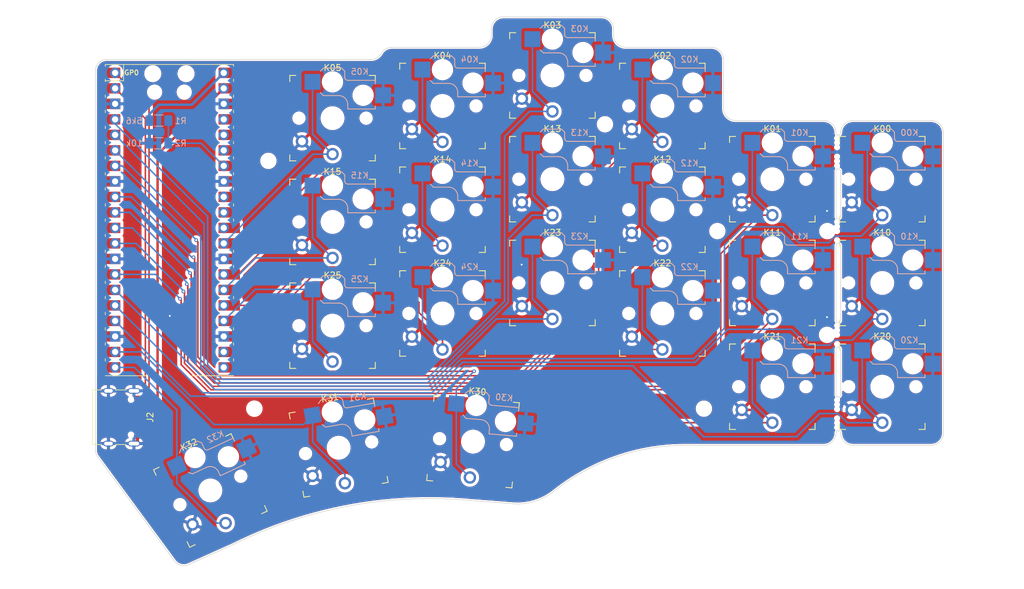
<source format=kicad_pcb>
(kicad_pcb (version 20240108) (generator "pcbnew") (generator_version "8.0")
  (title_block (rev "rev1.0"))
  (layers (0 "F.Cu" signal) (31 "B.Cu" signal) (34 "B.Paste" user) (35 "F.Paste" user) (36 "B.SilkS" user "B.Silkscreen") (37 "F.SilkS" user "F.Silkscreen") (38 "B.Mask" user) (39 "F.Mask" user) (44 "Edge.Cuts" user))
  (net 0 "")
  (net 1 "GND")
  (net 2 "/k00")
  (net 3 "/k01")
  (net 4 "/k02")
  (net 5 "/k03")
  (net 6 "/k04")
  (net 7 "/k05")
  (net 8 "/k10")
  (net 9 "/k11")
  (net 10 "/k12")
  (net 11 "/k13")
  (net 12 "/k14")
  (net 13 "/k15")
  (net 14 "/k20")
  (net 15 "/k21")
  (net 16 "/k22")
  (net 17 "/k23")
  (net 18 "/k24")
  (net 19 "/k25")
  (net 20 "/k30")
  (net 21 "/k31")
  (net 22 "/k32")
  (net 23 "rx")
  (net 24 "tx")
  (net 25 "VBUS")
  (net 26 "vbus_sense")
  (net 33 "VCC")
  (footprint "keyswitches:Kailh_socket_PG1350_optional" (layer "F.Cu") (at 105.24 94)
    (property "Reference" "K25")
    (property "Value" "KEYSW")
  )
  (footprint "keyswitches:Kailh_socket_PG1350_optional" (layer "F.Cu") (at 123.24 92)
    (property "Reference" "K24")
    (property "Value" "KEYSW")
  )
  (footprint "keyswitches:Kailh_socket_PG1350_optional" (layer "F.Cu") (at 177.24 104)
    (property "Reference" "K21")
    (property "Value" "KEYSW")
  )
  (footprint "keyswitches:Kailh_socket_PG1350_optional" (layer "F.Cu") (at 159.24 58)
    (property "Reference" "K02")
    (property "Value" "KEYSW")
  )
  (footprint "keyswitches:Kailh_socket_PG1350_optional" (layer "F.Cu") (at 195.24 87)
    (property "Reference" "K10")
    (property "Value" "KEYSW")
  )
  (footprint "RPi_Pico:RPi_Pico_SMD_TH" (layer "F.Cu") (at 78.5368 76.708)
    (property "Reference" "U2" (hide yes))
    (property "Value" "Pico")
  )
  (footprint "keyswitches:Kailh_socket_PG1350_optional" (layer "F.Cu") (at 123.24 58)
    (property "Reference" "K04")
    (property "Value" "KEYSW")
  )
  (footprint "keyswitches:Kailh_socket_PG1350_optional" (layer "F.Cu") (at 159.24 75)
    (property "Reference" "K12")
    (property "Value" "KEYSW")
  )
  (footprint "keyswitches:Kailh_socket_PG1350_optional" (layer "F.Cu") (at 128.24 113 -5)
    (property "Reference" "K30")
    (property "Value" "KEYSW")
  )
  (footprint "keyswitches:Kailh_socket_PG1350_optional" (layer "F.Cu") (at 177.24 70)
    (property "Reference" "K01")
    (property "Value" "KEYSW")
  )
  (footprint "keyswitches:Kailh_socket_PG1350_optional" (layer "F.Cu") (at 123.24 75)
    (property "Reference" "K14")
    (property "Value" "KEYSW")
  )
  (footprint "keyswitches:Kailh_socket_PG1350_optional" (layer "F.Cu") (at 141.24 87)
    (property "Reference" "K23")
    (property "Value" "KEYSW")
  )
  (footprint "keyswitches:Kailh_socket_PG1350_optional" (layer "F.Cu") (at 141.24 53)
    (property "Reference" "K03")
    (property "Value" "KEYSW")
  )
  (footprint "keyswitches:Kailh_socket_PG1350_optional" (layer "F.Cu") (at 159.24 92)
    (property "Reference" "K22")
    (property "Value" "KEYSW")
  )
  (footprint "keyswitches:Kailh_socket_PG1350_optional" (layer "F.Cu") (at 105.24 77)
    (property "Reference" "K15")
    (property "Value" "KEYSW")
  )
  (footprint "Connector_USB:USB_C_Receptacle_Palconn_UTC16-G" (layer "F.Cu") (at 70.8 109 -90)
    (property "Reference" "J2")
    (property "Value" "USB_C_Receptacle_USB2.0_16P")
  )
  (footprint "keyswitches:Kailh_socket_PG1350_optional" (layer "F.Cu") (at 85.24 121 25)
    (property "Reference" "K32")
    (property "Value" "KEYSW")
  )
  (footprint "keyswitches:Kailh_socket_PG1350_optional" (layer "F.Cu") (at 177.24 87)
    (property "Reference" "K11")
    (property "Value" "KEYSW")
  )
  (footprint "keyswitches:Kailh_socket_PG1350_optional" (layer "F.Cu") (at 105.24 60)
    (property "Reference" "K05")
    (property "Value" "KEYSW")
  )
  (footprint "keyswitches:Kailh_socket_PG1350_optional" (layer "F.Cu") (at 195.24 104)
    (property "Reference" "K20")
    (property "Value" "KEYSW")
  )
  (footprint "keyswitches:Kailh_socket_PG1350_optional" (layer "F.Cu") (at 141.24 70)
    (property "Reference" "K13")
    (property "Value" "KEYSW")
  )
  (footprint "keyswitches:Kailh_socket_PG1350_optional" (layer "F.Cu") (at 195.24 70)
    (property "Reference" "K00")
    (property "Value" "KEYSW")
  )
  (footprint "keyswitches:Kailh_socket_PG1350_optional" (layer "F.Cu") (at 106.24 114 10)
    (property "Reference" "K31")
    (property "Value" "KEYSW")
  )
  (footprint "Resistor_SMD:R_1206_3216Metric_Pad1.30x1.75mm_HandSolder" (layer "B.Cu") (at 76.8096 64.1096 180)
    (property "Reference" "R2")
    (property "Value" "10k")
  )
  (footprint "beekeeb_lib:MountingHole_2.2mm_M2-8mm" (layer "B.Cu") (at 166.04 107.6 180)
    (property "Reference" "H4" (hide yes))
    (property "Value" "MountingHole")
  )
  (footprint "beekeeb_lib:MountingHole_2.2mm_M2-8mm" (layer "B.Cu") (at 94.74 67 180)
    (property "Reference" "H2" (hide yes))
    (property "Value" "MountingHole")
  )
  (footprint "beekeeb_lib:MountingHole_2.2mm_M2-8mm" (layer "B.Cu") (at 186.24 95.5 180)
    (property "Reference" "H4" (hide yes))
    (property "Value" "MountingHole")
  )
  (footprint "beekeeb_lib:mousebites_2" (layer "B.Cu") (at 187.84 78.5 90)
    (property "Reference" "MB1" (hide yes))
    (property "Value" "MountingHole" (hide yes))
  )
  (footprint "Resistor_SMD:R_1206_3216Metric_Pad1.30x1.75mm_HandSolder" (layer "B.Cu") (at 76.8096 60.4012)
    (property "Reference" "R1")
    (property "Value" "5k6")
  )
  (footprint "beekeeb_lib:mousebites_3" (layer "B.Cu") (at 187.84 108.4352 90)
    (property "Reference" "MB3" (hide yes))
    (property "Value" "MountingHole" (hide yes))
  )
  (footprint "beekeeb_lib:mousebites_2" (layer "B.Cu") (at 187.84 95.5 90)
    (property "Reference" "MB2" (hide yes))
    (property "Value" "MountingHole" (hide yes))
  )
  (footprint "beekeeb_lib:MountingHole_2.2mm_M2-8mm" (layer "B.Cu") (at 186.24 78.5 180)
    (property "Reference" "H4" (hide yes))
    (property "Value" "MountingHole")
  )
  (footprint "beekeeb_lib:MountingHole_2.2mm_M2-8mm" (layer "B.Cu") (at 149.84 61 180)
    (property "Reference" "H1" (hide yes))
    (property "Value" "MountingHole")
  )
  (footprint "beekeeb_lib:MountingHole_2.2mm_M2-8mm" (layer "B.Cu") (at 92.44 107.6 180)
    (property "Reference" "H3" (hide yes))
    (property "Value" "MountingHole")
  )
  (footprint "beekeeb_lib:MountingHole_2.2mm_M2-8mm" (layer "B.Cu") (at 168.24 78.5 180)
    (property "Reference" "H1" (hide yes))
    (property "Value" "MountingHole")
  )
  (footprint "beekeeb_lib:mousebites_3" (layer "B.Cu") (at 187.84 65.5352 90)
    (property "Reference" "MB4" (hide yes))
    (property "Value" "MountingHole" (hide yes))
  )
  (gr_line (start 187.64 105.3) (end 187.64 97.9) (stroke (width 0.1)) (layer "Edge.Cuts"))
  (gr_arc (start 66.44 52.2) (mid 66.967208 50.927208) (end 68.24 50.4) (stroke (width 0.1)) (layer "Edge.Cuts"))
  (gr_line (start 185.64 60.4) (end 171.24 60.4) (stroke (width 0.1)) (layer "Edge.Cuts"))
  (gr_arc (start 167.24 48.4) (mid 168.654214 48.985786) (end 169.24 50.4) (stroke (width 0.1)) (layer "Edge.Cuts"))
  (gr_line (start 162.74 113.6) (end 185.64 113.6) (stroke (width 0.1)) (layer "Edge.Cuts"))
  (gr_line (start 66.805956 115.487896) (end 79.290001 132.449999) (stroke (width 0.1)) (layer "Edge.Cuts"))
  (gr_arc (start 141.49 121.125) (mid 138.309031 122.788875) (end 134.74 123.175) (stroke (width 0.1)) (layer "Edge.Cuts"))
  (gr_arc (start 149.24 43.4) (mid 150.654214 43.985786) (end 151.24 45.4) (stroke (width 0.1)) (layer "Edge.Cuts"))
  (gr_arc (start 188.44 62.4) (mid 189.025786 60.985786) (end 190.44 60.4) (stroke (width 0.1)) (layer "Edge.Cuts"))
  (gr_line (start 111.489998 50.399998) (end 68.24 50.4) (stroke (width 0.1)) (layer "Edge.Cuts"))
  (gr_line (start 151.24 46.4) (end 151.24 45.4) (stroke (width 0.1)) (layer "Edge.Cuts"))
  (gr_arc (start 188.44 62.4) (mid 188.04 62.8) (end 187.64 62.4) (stroke (width 0.1)) (layer "Edge.Cuts"))
  (gr_line (start 131.24 45.4) (end 131.24 46.4) (stroke (width 0.1)) (layer "Edge.Cuts"))
  (gr_line (start 187.64 76.1) (end 187.64 68.7) (stroke (width 0.1)) (layer "Edge.Cuts"))
  (gr_arc (start 188.44 93.1) (mid 188.04 93.5) (end 187.64 93.1) (stroke (width 0.1)) (layer "Edge.Cuts"))
  (gr_arc (start 187.64 111.6) (mid 188.04 111.2) (end 188.44 111.6) (stroke (width 0.1)) (layer "Edge.Cuts"))
  (gr_arc (start 188.44 76.1) (mid 188.04 76.5) (end 187.64 76.1) (stroke (width 0.1)) (layer "Edge.Cuts"))
  (gr_arc (start 190.44 113.6) (mid 189.025786 113.014214) (end 188.44 111.6) (stroke (width 0.1)) (layer "Edge.Cuts"))
  (gr_line (start 188.44 105.3) (end 188.44 97.9) (stroke (width 0.1)) (layer "Edge.Cuts"))
  (gr_arc (start 66.805956 115.487896) (mid 66.53394 114.973899) (end 66.44 114.4) (stroke (width 0.1)) (layer "Edge.Cuts"))
  (gr_line (start 169.24 58.4) (end 169.24 50.4) (stroke (width 0.1)) (layer "Edge.Cuts"))
  (gr_arc (start 187.64 68.7) (mid 188.04 68.3) (end 188.44 68.7) (stroke (width 0.1)) (layer "Edge.Cuts"))
  (gr_line (start 203.24 60.4) (end 190.44 60.4) (stroke (width 0.1)) (layer "Edge.Cuts"))
  (gr_line (start 190.44 113.6) (end 203.24 113.6) (stroke (width 0.1)) (layer "Edge.Cuts"))
  (gr_arc (start 131.24 45.4) (mid 131.825786 43.985786) (end 133.24 43.4) (stroke (width 0.1)) (layer "Edge.Cuts"))
  (gr_arc (start 153.24 48.4) (mid 151.825786 47.814214) (end 151.24 46.4) (stroke (width 0.1)) (layer "Edge.Cuts"))
  (gr_arc (start 205.24 111.6) (mid 204.654214 113.014214) (end 203.24 113.6) (stroke (width 0.1)) (layer "Edge.Cuts"))
  (gr_line (start 66.44 113.2) (end 66.44 114.4) (stroke (width 0.1)) (layer "Edge.Cuts"))
  (gr_line (start 134.74 123.175) (end 127.44 122.600001) (stroke (width 0.1)) (layer "Edge.Cuts"))
  (gr_line (start 81.726132 133.121447) (end 89.110601 129.8) (stroke (width 0.1)) (layer "Edge.Cuts"))
  (gr_arc (start 187.64 111.6) (mid 187.054214 113.014214) (end 185.64 113.6) (stroke (width 0.1)) (layer "Edge.Cuts"))
  (gr_arc (start 131.24 46.4) (mid 130.654214 47.814214) (end 129.24 48.4) (stroke (width 0.1)) (layer "Edge.Cuts"))
  (gr_line (start 188.44 76.1) (end 188.44 68.7) (stroke (width 0.1)) (layer "Edge.Cuts"))
  (gr_arc (start 113.24 49.4) (mid 112.497787 50.132387) (end 111.489998 50.399998) (stroke (width 0.1)) (layer "Edge.Cuts"))
  (gr_line (start 205.24 111.6) (end 205.24 62.4) (stroke (width 0.1)) (layer "Edge.Cuts"))
  (gr_arc (start 187.64 97.9) (mid 188.04 97.5) (end 188.44 97.9) (stroke (width 0.1)) (layer "Edge.Cuts"))
  (gr_line (start 188.44 93.1) (end 188.44 80.9) (stroke (width 0.1)) (layer "Edge.Cuts"))
  (gr_arc (start 187.64 80.9) (mid 188.04 80.5) (end 188.44 80.9) (stroke (width 0.1)) (layer "Edge.Cuts"))
  (gr_line (start 149.24 43.4) (end 133.24 43.4) (stroke (width 0.1)) (layer "Edge.Cuts"))
  (gr_arc (start 203.24 60.4) (mid 204.654214 60.985786) (end 205.24 62.4) (stroke (width 0.1)) (layer "Edge.Cuts"))
  (gr_arc (start 141.49 121.125) (mid 151.483771 115.579961) (end 162.74 113.600001) (stroke (width 0.1)) (layer "Edge.Cuts"))
  (gr_line (start 167.24 48.4) (end 153.24 48.4) (stroke (width 0.1)) (layer "Edge.Cuts"))
  (gr_arc (start 113.24 49.4) (mid 113.953846 48.668538) (end 114.94 48.4) (stroke (width 0.1)) (layer "Edge.Cuts"))
  (gr_line (start 187.64 93.1) (end 187.64 80.9) (stroke (width 0.1)) (layer "Edge.Cuts"))
  (gr_line (start 66.44 52.2) (end 66.44 113.2) (stroke (width 0.1)) (layer "Edge.Cuts"))
  (gr_arc (start 188.44 105.3) (mid 188.04 105.7) (end 187.64 105.3) (stroke (width 0.1)) (layer "Edge.Cuts"))
  (gr_arc (start 171.24 60.4) (mid 169.825786 59.814214) (end 169.24 58.4) (stroke (width 0.1)) (layer "Edge.Cuts"))
  (gr_arc (start 185.64 60.4) (mid 187.054214 60.985786) (end 187.64 62.4) (stroke (width 0.1)) (layer "Edge.Cuts"))
  (gr_arc (start 81.726132 133.121447) (mid 80.381489 133.24497) (end 79.290001 132.449999) (stroke (width 0.1)) (layer "Edge.Cuts"))
  (gr_line (start 129.24 48.4) (end 114.94 48.4) (stroke (width 0.1)) (layer "Edge.Cuts"))
  (gr_arc (start 89.110601 129.8) (mid 107.780203 123.564333) (end 127.44 122.600001) (stroke (width 0.1)) (layer "Edge.Cuts"))
  (segment (start 191.2 72.84) (end 190.24 73.8) (width 0.4) (layer "F.Cu") (net 1))
  (segment (start 183.4 73.8) (end 186 71.2) (width 0.4) (layer "F.Cu") (net 1))
  (segment (start 188.084721 65.484721) (end 191.2 68.6) (width 0.4) (layer "F.Cu") (net 1))
  (segment (start 187.651206 65.484721) (end 188.084721 65.484721) (width 0.4) (layer "F.Cu") (net 1))
  (segment (start 189.655279 108.384721) (end 190.24 107.8) (width 0.4) (layer "F.Cu") (net 1))
  (segment (start 191.2 68.6) (end 191.2 72.84) (width 0.4) (layer "F.Cu") (net 1))
  (segment (start 186.965527 107.8) (end 187.550248 108.384721) (width 0.4) (layer "F.Cu") (net 1))
  (segment (start 186 71.2) (end 186 67.135927) (width 0.4) (layer "F.Cu") (net 1))
  (segment (start 172.24 73.8) (end 183.4 73.8) (width 0.4) (layer "F.Cu") (net 1))
  (segment (start 186 67.135927) (end 187.651206 65.484721) (width 0.4) (layer "F.Cu") (net 1))
  (segment (start 187.550248 108.384721) (end 189.655279 108.384721) (width 0.4) (layer "F.Cu") (net 1))
  (segment (start 172.24 107.8) (end 186.965527 107.8) (width 0.4) (layer "F.Cu") (net 1))
  (via (at 186.2 92.6) (size 0.6) (drill 0.3) (layers "F.Cu" "B.Cu") (net 1))
  (via (at 136.2 84) (size 0.6) (drill 0.3) (layers "F.Cu" "B.Cu") (net 1))
  (via (at 78.6 92.4) (size 0.6) (drill 0.3) (layers "F.Cu" "B.Cu") (net 1))
  (via (at 186.2 75.2) (size 0.6) (drill 0.3) (layers "F.Cu" "B.Cu") (net 1))
  (segment (start 191.089521 68.545448) (end 191.089521 72.950479) (width 0.4) (layer "B.Cu") (net 1))
  (segment (start 185.515 66.25) (end 186.179321 65.585679) (width 0.4) (layer "B.Cu") (net 1))
  (segment (start 186.179321 65.585679) (end 188.129752 65.585679) (width 0.4) (layer "B.Cu") (net 1))
  (segment (start 191.089521 72.950479) (end 190.24 73.8) (width 0.4) (layer "B.Cu") (net 1))
  (segment (start 188.129752 65.585679) (end 191.089521 68.545448) (width 0.4) (layer "B.Cu") (net 1))
  (segment (start 186.425289 80.4) (end 181.6 80.4) (width 0.25) (layer "B.Cu") (net 2))
  (segment (start 126.331414 99.4) (end 121.282856 104.448558) (width 0.25) (layer "B.Cu") (net 2))
  (segment (start 164.4 99.4) (end 126.331414 99.4) (width 0.25) (layer "B.Cu") (net 2))
  (segment (start 192.8 64.885) (end 192.8 73.46) (width 0.25) (layer "B.Cu") (net 2))
  (segment (start 181.6 80.4) (end 179 77.8) (width 0.25) (layer "B.Cu") (net 2))
  (segment (start 179 77.8) (end 172.4 77.8) (width 0.25) (layer "B.Cu") (net 2))
  (segment (start 191.965 64.05) (end 192.8 64.885) (width 0.25) (layer "B.Cu") (net 2))
  (segment (start 169.4 80.8) (end 169.4 94.4) (width 0.25) (layer "B.Cu") (net 2))
  (segment (start 191.814521 79.325479) (end 187.49981 79.325479) (width 0.25) (layer "B.Cu") (net 2))
  (segment (start 192.8 73.46) (end 195.24 75.9) (width 0.25) (layer "B.Cu") (net 2))
  (segment (start 172.4 77.8) (end 169.4 80.8) (width 0.25) (layer "B.Cu") (net 2))
  (segment (start 187.49981 79.325479) (end 186.425289 80.4) (width 0.25) (layer "B.Cu") (net 2))
  (segment (start 169.4 94.4) (end 164.4 99.4) (width 0.25) (layer "B.Cu") (net 2))
  (segment (start 195.24 75.9) (end 191.814521 79.325479) (width 0.25) (layer "B.Cu") (net 2))
  (segment (start 121.282856 104.448558) (end 85.957358 104.448558) (width 0.25) (layer "B.Cu") (net 2))
  (segment (start 85.957358 104.448558) (end 69.6468 88.138) (width 0.25) (layer "B.Cu") (net 2))
  (segment (start 175.1 75.9) (end 177.24 75.9) (width 0.25) (layer "F.Cu") (net 3))
  (segment (start 81.55144 99.928578) (end 85.572382 103.94952) (width 0.25) (layer "F.Cu") (net 3))
  (segment (start 168.8 82.2) (end 175.1 75.9) (width 0.25) (layer "F.Cu") (net 3))
  (segment (start 163.45048 103.94952) (end 168.8 98.6) (width 0.25) (layer "F.Cu") (net 3))
  (segment (start 168.8 98.6) (end 168.8 82.2) (width 0.25) (layer "F.Cu") (net 3))
  (segment (start 81.37646 87.2) (end 81.55144 87.37498) (width 0.25) (layer "F.Cu") (net 3))
  (segment (start 81.55144 87.37498) (end 81.55144 99.928578) (width 0.25) (layer "F.Cu") (net 3))
  (segment (start 85.572382 103.94952) (end 163.45048 103.94952) (width 0.25) (layer "F.Cu") (net 3))
  (via (at 81.37646 87.2) (size 0.6) (drill 0.3) (layers "F.Cu" "B.Cu") (net 3))
  (segment (start 173.965 72.625) (end 177.24 75.9) (width 0.25) (layer "B.Cu") (net 3))
  (segment (start 72.4535 77.978) (end 69.6468 77.978) (width 0.25) (layer "B.Cu") (net 3))
  (segment (start 81.37646 86.90096) (end 72.4535 77.978) (width 0.25) (layer "B.Cu") (net 3))
  (segment (start 81.37646 87.2) (end 81.37646 86.90096) (width 0.25) (layer "B.Cu") (net 3))
  (segment (start 173.965 64.05) (end 173.965 72.625) (width 0.25) (layer "B.Cu") (net 3))
  (segment (start 148.8 89.2) (end 148.8 69.8) (width 0.25) (layer "F.Cu") (net 4))
  (segment (start 82.92598 80) (end 83.2 80.27402) (width 0.25) (layer "F.Cu") (net 4))
  (segment (start 135.8 102.2) (end 148.8 89.2) (width 0.25) (layer "F.Cu") (net 4))
  (segment (start 154.7 63.9) (end 159.24 63.9) (width 0.25) (layer "F.Cu") (net 4))
  (segment (start 83.2 80.27402) (end 83.2 99.160222) (width 0.25) (layer "F.Cu") (net 4))
  (segment (start 83.2 99.160222) (end 86.239778 102.2) (width 0.25) (layer "F.Cu") (net 4))
  (segment (start 148.8 69.8) (end 154.7 63.9) (width 0.25) (layer "F.Cu") (net 4))
  (segment (start 86.239778 102.2) (end 135.8 102.2) (width 0.25) (layer "F.Cu") (net 4))
  (via (at 82.92598 80) (size 0.6) (drill 0.3) (layers "F.Cu" "B.Cu") (net 4))
  (segment (start 82.92598 79.94952) (end 70.79446 67.818) (width 0.25) (layer "B.Cu") (net 4))
  (segment (start 82.92598 80) (end 82.92598 79.94952) (width 0.25) (layer "B.Cu") (net 4))
  (segment (start 155.965 60.625) (end 159.24 63.9) (width 0.25) (layer "B.Cu") (net 4))
  (segment (start 70.79446 67.818) (end 69.6468 67.818) (width 0.25) (layer "B.Cu") (net 4))
  (segment (start 155.965 52.05) (end 155.965 60.625) (width 0.25) (layer "B.Cu") (net 4))
  (segment (start 69.6468 60.935568) (end 69.6468 60.198) (width 0.25) (layer "B.Cu") (net 5))
  (segment (start 133.4 63) (end 133.4 90) (width 0.25) (layer "B.Cu") (net 5))
  (segment (start 120.6 102.8) (end 87.2 102.8) (width 0.25) (layer "B.Cu") (net 5))
  (segment (start 87.2 102.8) (end 84.8 100.4) (width 0.25) (layer "B.Cu") (net 5))
  (segment (start 137.5 58.9) (end 133.4 63) (width 0.25) (layer "B.Cu") (net 5))
  (segment (start 84.8 76.088768) (end 69.6468 60.935568) (width 0.25) (layer "B.Cu") (net 5))
  (segment (start 137.965 55.625) (end 141.24 58.9) (width 0.25) (layer "B.Cu") (net 5))
  (segment (start 141.24 58.9) (end 137.5 58.9) (width 0.25) (layer "B.Cu") (net 5))
  (segment (start 137.965 47.05) (end 137.965 55.625) (width 0.25) (layer "B.Cu") (net 5))
  (segment (start 133.4 90) (end 120.6 102.8) (width 0.25) (layer "B.Cu") (net 5))
  (segment (start 84.8 100.4) (end 84.8 76.088768) (width 0.25) (layer "B.Cu") (net 5))
  (segment (start 103.2 68.8) (end 93.8 78.2) (width 0.25) (layer "F.Cu") (net 6))
  (segment (start 123.24 63.9) (end 117.3 63.9) (width 0.25) (layer "F.Cu") (net 6))
  (segment (start 93.8 78.2) (end 93.8 81.6) (width 0.25) (layer "F.Cu") (net 6))
  (segment (start 89.802 85.598) (end 87.4268 85.598) (width 0.25) (layer "F.Cu") (net 6))
  (segment (start 117.3 63.9) (end 112.4 68.8) (width 0.25) (layer "F.Cu") (net 6))
  (segment (start 93.8 81.6) (end 89.802 85.598) (width 0.25) (layer "F.Cu") (net 6))
  (segment (start 112.4 68.8) (end 103.2 68.8) (width 0.25) (layer "F.Cu") (net 6))
  (segment (start 119.965 52.05) (end 119.965 60.625) (width 0.25) (layer "B.Cu") (net 6))
  (segment (start 119.965 60.625) (end 123.24 63.9) (width 0.25) (layer "B.Cu") (net 6))
  (segment (start 101.965 62.625) (end 105.24 65.9) (width 0.25) (layer "B.Cu") (net 7))
  (segment (start 101.965 54.05) (end 101.965 62.625) (width 0.25) (layer "B.Cu") (net 7))
  (segment (start 102.0448 65.9) (end 87.4268 80.518) (width 0.25) (layer "B.Cu") (net 7))
  (segment (start 105.24 65.9) (end 102.0448 65.9) (width 0.25) (layer "B.Cu") (net 7))
  (segment (start 191.965 89.625) (end 195.24 92.9) (width 0.25) (layer "B.Cu") (net 8))
  (segment (start 180.4 94.6) (end 183 97.2) (width 0.25) (layer "B.Cu") (net 8))
  (segment (start 126.508552 100) (end 164.577138 100) (width 0.25) (layer "B.Cu") (net 8))
  (segment (start 187.6 96.4) (end 187.624521 96.375479) (width 0.25) (layer "B.Cu") (net 8))
  (segment (start 187.624521 96.375479) (end 190.327681 96.375479) (width 0.25) (layer "B.Cu") (net 8))
  (segment (start 186.6 97.2) (end 187.4 96.4) (width 0.25) (layer "B.Cu") (net 8))
  (segment (start 164.577138 100) (end 169.977138 94.6) (width 0.25) (layer "B.Cu") (net 8))
  (segment (start 193.80316 92.9) (end 195.24 92.9) (width 0.25) (layer "B.Cu") (net 8))
  (segment (start 191.965 81.05) (end 191.965 89.625) (width 0.25) (layer "B.Cu") (net 8))
  (segment (start 187.4 96.4) (end 187.6 96.4) (width 0.25) (layer "B.Cu") (net 8))
  (segment (start 69.6468 90.678) (end 83.966878 104.998078) (width 0.25) (layer "B.Cu") (net 8))
  (segment (start 169.977138 94.6) (end 180.4 94.6) (width 0.25) (layer "B.Cu") (net 8))
  (segment (start 190.327681 96.375479) (end 193.80316 92.9) (width 0.25) (layer "B.Cu") (net 8))
  (segment (start 121.510474 104.998078) (end 126.508552 100) (width 0.25) (layer "B.Cu") (net 8))
  (segment (start 183 97.2) (end 186.6 97.2) (width 0.25) (layer "B.Cu") (net 8))
  (segment (start 83.966878 104.998078) (end 121.510474 104.998078) (width 0.25) (layer "B.Cu") (net 8))
  (segment (start 165.54 104.6) (end 177.24 92.9) (width 0.25) (layer "F.Cu") (net 9))
  (segment (start 81.00192 88.45092) (end 81.001921 100.156197) (width 0.25) (layer "F.Cu") (net 9))
  (segment (start 85.344763 104.499039) (end 159.49904 104.49904) (width 0.25) (layer "F.Cu") (net 9))
  (segment (start 80.951 88.4) (end 81.00192 88.45092) (width 0.25) (layer "F.Cu") (net 9))
  (segment (start 80.82694 88.4) (end 80.951 88.4) (width 0.25) (layer "F.Cu") (net 9))
  (segment (start 159.49904 104.49904) (end 159.6 104.6) (width 0.25) (layer "F.Cu") (net 9))
  (segment (start 159.6 104.6) (end 165.54 104.6) (width 0.25) (layer "F.Cu") (net 9))
  (segment (start 81.001921 100.156197) (end 85.344763 104.499039) (width 0.25) (layer "F.Cu") (net 9))
  (via (at 80.82694 88.4) (size 0.6) (drill 0.3) (layers "F.Cu" "B.Cu") (net 9))
  (segment (start 80.82694 88.4) (end 80.82694 88.27594) (width 0.25) (layer "B.Cu") (net 9))
  (segment (start 173.965 89.625) (end 177.24 92.9) (width 0.25) (layer "B.Cu") (net 9))
  (segment (start 80.82694 88.27594) (end 73.069 80.518) (width 0.25) (layer "B.Cu") (net 9))
  (segment (start 173.965 81.05) (end 173.965 89.625) (width 0.25) (layer "B.Cu") (net 9))
  (segment (start 73.069 80.518) (end 69.6468 80.518) (width 0.25) (layer "B.Cu") (net 9))
  (segment (start 136.050481 102.749519) (end 157.9 80.9) (width 0.25) (layer "F.Cu") (net 10))
  (segment (start 86.467397 102.749519) (end 136.050481 102.749519) (width 0.25) (layer "F.Cu") (net 10))
  (segment (start 82.65048 82.97498) (end 82.65048 99.38784) (width 0.25) (layer "F.Cu") (net 10))
  (segment (start 157.9 80.9) (end 159.24 80.9) (width 0.25) (layer "F.Cu") (net 10))
  (segment (start 82.4755 82.8) (end 82.65048 82.97498) (width 0.25) (layer "F.Cu") (net 10))
  (segment (start 82.65048 99.38784) (end 86.01216 102.74952) (width 0.25) (layer "F.Cu") (net 10))
  (segment (start 86.01216 102.74952) (end 86.467397 102.749519) (width 0.25) (layer "F.Cu") (net 10))
  (via (at 82.4755 82.8) (size 0.6) (drill 0.3) (layers "F.Cu" "B.Cu") (net 10))
  (segment (start 155.965 77.625) (end 159.24 80.9) (width 0.25) (layer "B.Cu") (net 10))
  (segment (start 82.2 82.8) (end 72.298 72.898) (width 0.25) (layer "B.Cu") (net 10))
  (segment (start 155.965 69.05) (end 155.965 77.625) (width 0.25) (layer "B.Cu") (net 10))
  (segment (start 72.298 72.898) (end 69.6468 72.898) (width 0.25) (layer "B.Cu") (net 10))
  (segment (start 82.4755 82.8) (end 82.2 82.8) (width 0.25) (layer "B.Cu") (net 10))
  (segment (start 134 79.8) (end 137.9 75.9) (width 0.25) (layer "B.Cu") (net 11))
  (segment (start 134 90.177138) (end 134 79.8) (width 0.25) (layer "B.Cu") (net 11))
  (segment (start 120.827619 103.349519) (end 134 90.177138) (width 0.25) (layer "B.Cu") (net 11))
  (segment (start 137.965 72.625) (end 141.24 75.9) (width 0.25) (layer "B.Cu") (net 11))
  (segment (start 137.965 64.05) (end 137.965 72.625) (width 0.25) (layer "B.Cu") (net 11))
  (segment (start 84.2 100.577138) (end 86.972381 103.349519) (width 0.25) (layer "B.Cu") (net 11))
  (segment (start 84.2 77.2912) (end 84.2 100.577138) (width 0.25) (layer "B.Cu") (net 11))
  (segment (start 69.6468 62.738) (end 84.2 77.2912) (width 0.25) (layer "B.Cu") (net 11))
  (segment (start 137.9 75.9) (end 141.24 75.9) (width 0.25) (layer "B.Cu") (net 11))
  (segment (start 86.972381 103.349519) (end 120.827619 103.349519) (width 0.25) (layer "B.Cu") (net 11))
  (segment (start 94.322 90.678) (end 87.4268 90.678) (width 0.25) (layer "F.Cu") (net 12))
  (segment (start 114 84.4) (end 100.6 84.4) (width 0.25) (layer "F.Cu") (net 12))
  (segment (start 123.24 80.9) (end 117.5 80.9) (width 0.25) (layer "F.Cu") (net 12))
  (segment (start 117.5 80.9) (end 114 84.4) (width 0.25) (layer "F.Cu") (net 12))
  (segment (start 100.6 84.4) (end 94.322 90.678) (width 0.25) (layer "F.Cu") (net 12))
  (segment (start 119.965 69.05) (end 119.965 77.625) (width 0.25) (layer "B.Cu") (net 12))
  (segment (start 119.965 77.625) (end 123.24 80.9) (width 0.25) (layer "B.Cu") (net 12))
  (segment (start 105.24 82.9) (end 101.965 79.625) (width 0.25) (layer "B.Cu") (net 13))
  (segment (start 105.24 82.9) (end 92.6648 82.9) (width 0.25) (layer "B.Cu") (net 13))
  (segment (start 92.6648 82.9) (end 87.4268 88.138) (width 0.25) (layer "B.Cu") (net 13))
  (segment (start 101.965 79.625) (end 101.965 71.05) (width 0.25) (layer "B.Cu") (net 13))
  (segment (start 121.852403 105.547597) (end 126.8 100.6) (width 0.25) (layer "B.Cu") (net 14))
  (segment (start 166 112.2) (end 181.2 112.2) (width 0.25) (layer "B.Cu") (net 14))
  (segment (start 189.5 109.9) (end 195.24 109.9) (width 0.25) (layer "B.Cu") (net 14))
  (segment (start 126.8 100.6) (end 154.4 100.6) (width 0.25) (layer "B.Cu") (net 14))
  (segment (start 69.6468 93.218) (end 81.976397 105.547597) (width 0.25) (layer "B.Cu") (net 14))
  (segment (start 181.2 112.2) (end 185 108.4) (width 0.25) (layer "B.Cu") (net 14))
  (segment (start 188 108.4) (end 189.5 109.9) (width 0.25) (layer "B.Cu") (net 14))
  (segment (start 191.965 98.05) (end 191.965 106.625) (width 0.25) (layer "B.Cu") (net 14))
  (segment (start 185 108.4) (end 188 108.4) (width 0.25) (layer "B.Cu") (net 14))
  (segment (start 81.976397 105.547597) (end 121.852403 105.547597) (width 0.25) (layer "B.Cu") (net 14))
  (segment (start 191.965 106.625) (end 195.24 109.9) (width 0.25) (layer "B.Cu") (net 14))
  (segment (start 154.4 100.6) (end 166 112.2) (width 0.25) (layer "B.Cu") (net 14))
  (segment (start 161.1 109.9) (end 177.24 109.9) (width 0.25) (layer "F.Cu") (net 15))
  (segment (start 80.27742 89.6) (end 80.27742 89.65092) (width 0.25) (layer "F.Cu") (net 15))
  (segment (start 80.452402 100.383816) (end 85.166707 105.098121) (width 0.25) (layer "F.Cu") (net 15))
  (segment (start 80.4524 89.8259) (end 80.452402 100.383816) (width 0.25) (layer "F.Cu") (net 15))
  (segment (start 85.166707 105.098121) (end 156.298121 105.098121) (width 0.25) (layer "F.Cu") (net 15))
  (segment (start 156.298121 105.098121) (end 161.1 109.9) (width 0.25) (layer "F.Cu") (net 15))
  (segment (start 80.27742 89.65092) (end 80.4524 89.8259) (width 0.25) (layer "F.Cu") (net 15))
  (via (at 80.27742 89.6) (size 0.6) (drill 0.3) (layers "F.Cu" "B.Cu") (net 15))
  (segment (start 173.965 106.625) (end 177.24 109.9) (width 0.25) (layer "B.Cu") (net 15))
  (segment (start 80.27742 89.6) (end 76.27542 85.598) (width 0.25) (layer "B.Cu") (net 15))
  (segment (start 173.965 98.05) (end 173.965 106.625) (width 0.25) (layer "B.Cu") (net 15))
  (segment (start 76.27542 85.598) (end 69.6468 85.598) (width 0.25) (layer "B.Cu") (net 15))
  (segment (start 82.10096 85.57498) (end 82.10096 99.615458) (width 0.25) (layer "F.Cu") (net 16))
  (segment (start 82.10096 99.615458) (end 85.885502 103.4) (width 0.25) (layer "F.Cu") (net 16))
  (segment (start 81.92598 85.4) (end 82.10096 85.57498) (width 0.25) (layer "F.Cu") (net 16))
  (segment (start 85.885502 103.4) (end 136.177138 103.4) (width 0.25) (layer "F.Cu") (net 16))
  (segment (start 141.677138 97.9) (end 159.24 97.9) (width 0.25) (layer "F.Cu") (net 16))
  (segment (start 136.177138 103.4) (end 141.677138 97.9) (width 0.25) (layer "F.Cu") (net 16))
  (via (at 81.92598 85.4) (size 0.6) (drill 0.3) (layers "F.Cu" "B.Cu") (net 16))
  (segment (start 155.965 94.625) (end 159.24 97.9) (width 0.25) (layer "B.Cu") (net 16))
  (segment (start 72.038 75.438) (end 69.6468 75.438) (width 0.25) (layer "B.Cu") (net 16))
  (segment (start 81.92598 85.4) (end 81.92598 85.32598) (width 0.25) (layer "B.Cu") (net 16))
  (segment (start 155.965 86.05) (end 155.965 94.625) (width 0.25) (layer "B.Cu") (net 16))
  (segment (start 81.92598 85.32598) (end 72.038 75.438) (width 0.25) (layer "B.Cu") (net 16))
  (segment (start 69.6468 65.278) (end 83.65048 79.28168) (width 0.25) (layer "B.Cu") (net 17))
  (segment (start 83.650481 100.804757) (end 86.744763 103.899039) (width 0.25) (layer "B.Cu") (net 17))
  (segment (start 137.965 89.625) (end 141.24 92.9) (width 0.25) (layer "B.Cu") (net 17))
  (segment (start 86.744763 103.899039) (end 121.055238 103.899038) (width 0.25) (layer "B.Cu") (net 17))
  (segment (start 132.054276 92.9) (end 141.24 92.9) (width 0.25) (layer "B.Cu") (net 17))
  (segment (start 121.055238 103.899038) (end 132.054276 92.9) (width 0.25) (layer "B.Cu") (net 17))
  (segment (start 137.965 81.05) (end 137.965 89.625) (width 0.25) (layer "B.Cu") (net 17))
  (segment (start 83.65048 79.28168) (end 83.650481 100.804757) (width 0.25) (layer "B.Cu") (net 17))
  (segment (start 89.502 98.298) (end 87.4268 98.298) (width 0.25) (layer "F.Cu") (net 18))
  (segment (start 115.275479 86.075479) (end 101.724521 86.075479) (width 0.25) (layer "F.Cu") (net 18))
  (segment (start 119.4 91.857554) (end 119.4 90.2) (width 0.25) (layer "F.Cu") (net 18))
  (segment (start 123.24 95.697554) (end 119.4 91.857554) (width 0.25) (layer "F.Cu") (net 18))
  (segment (start 123.24 97.9) (end 123.24 95.697554) (width 0.25) (layer "F.Cu") (net 18))
  (segment (start 119.4 90.2) (end 115.275479 86.075479) (width 0.25) (layer "F.Cu") (net 18))
  (segment (start 101.724521 86.075479) (end 89.502 98.298) (width 0.25) (layer "F.Cu") (net 18))
  (segment (start 119.965 94.625) (end 123.24 97.9) (width 0.25) (layer "B.Cu") (net 18))
  (segment (start 119.965 86.05) (end 119.965 94.625) (width 0.25) (layer "B.Cu") (net 18))
  (segment (start 101.965 88.05) (end 92.5948 88.05) (width 0.25) (layer "B.Cu") (net 19))
  (segment (start 92.5948 88.05) (end 87.4268 93.218) (width 0.25) (layer "B.Cu") (net 19))
  (segment (start 101.965 96.625) (end 101.965 88.05) (width 0.25) (layer "B.Cu") (net 19))
  (segment (start 105.24 99.9) (end 101.965 96.625) (width 0.25) (layer "B.Cu") (net 19))
  (segment (start 128.4 101.4755) (end 88.0643 101.4755) (width 0.25) (layer "F.Cu") (net 20))
  (segment (start 88.0643 101.4755) (end 87.4268 100.838) (width 0.25) (layer "F.Cu") (net 20))
  (via (at 128.4 101.4755) (size 0.6) (drill 0.3) (layers "F.Cu" "B.Cu") (net 20))
  (segment (start 125.496039 116.647807) (end 127.725781 118.877549) (width 0.25) (layer "B.Cu") (net 20))
  (segment (start 125.496039 106.787206) (end 125.496039 116.647807) (width 0.25) (layer "B.Cu") (net 20))
  (segment (start 125.496039 106.787206) (end 125.496039 104.379461) (width 0.25) (layer "B.Cu") (net 20))
  (segment (start 125.496039 104.379461) (end 128.4 101.4755) (width 0.25) (layer "B.Cu") (net 20))
  (segment (start 107.264524 118.373526) (end 101.981548 113.09055) (width 0.25) (layer "B.Cu") (net 21))
  (segment (start 100.49064 110.2) (end 101.981548 108.709092) (width 0.25) (layer "B.Cu") (net 21))
  (segment (start 85.851662 110.2) (end 100.49064 110.2) (width 0.25) (layer "B.Cu") (net 21))
  (segment (start 107.264524 119.810366) (end 107.264524 118.373526) (width 0.25) (layer "B.Cu") (net 21))
  (segment (start 101.981548 113.09055) (end 101.981548 108.709092) (width 0.25) (layer "B.Cu") (net 21))
  (segment (start 73.949662 98.298) (end 85.851662 110.2) (width 0.25) (layer "B.Cu") (net 21))
  (segment (start 69.6468 98.298) (end 73.949662 98.298) (width 0.25) (layer "B.Cu") (net 21))
  (segment (start 79.757263 107.794109) (end 79.757263 116.991543) (width 0.25) (layer "B.Cu") (net 22))
  (segment (start 72.801154 100.838) (end 79.757263 107.794109) (width 0.25) (layer "B.Cu") (net 22))
  (segment (start 87.733448 126.347216) (end 86.296608 126.347216) (width 0.25) (layer "B.Cu") (net 22))
  (segment (start 69.6468 100.838) (end 72.801154 100.838) (width 0.25) (layer "B.Cu") (net 22))
  (segment (start 86.296608 126.347216) (end 79.757263 119.807871) (width 0.25) (layer "B.Cu") (net 22))
  (segment (start 79.757263 119.807871) (end 79.757263 116.991543) (width 0.25) (layer "B.Cu") (net 22))
  (segment (start 72.45 109.25) (end 73.31 109.25) (width 0.25) (layer "F.Cu") (net 23))
  (segment (start 72.2 109) (end 72.45 109.25) (width 0.25) (layer "F.Cu") (net 23))
  (segment (start 73.31 108.25) (end 72.43 108.25) (width 0.25) (layer "F.Cu") (net 23))
  (segment (start 74.15 108.25) (end 73.31 108.25) (width 0.25) (layer "F.Cu") (net 23))
  (segment (start 69.6468 55.118) (end 74.6 60.0712) (width 0.25) (layer "F.Cu") (net 23))
  (segment (start 74.6 60.0712) (end 74.6 107.8) (width 0.25) (layer "F.Cu") (net 23))
  (segment (start 72.43 108.25) (end 72.2 108.48) (width 0.25) (layer "F.Cu") (net 23))
  (segment (start 72.2 108.48) (end 72.2 109) (width 0.25) (layer "F.Cu") (net 23))
  (segment (start 74.6 107.8) (end 74.15 108.25) (width 0.25) (layer "F.Cu") (net 23))
  (segment (start 74.6 109.16) (end 74.6 109.4) (width 0.25) (layer "F.Cu") (net 24))
  (segment (start 73.31 108.75) (end 74.19 108.75) (width 0.25) (layer "F.Cu") (net 24))
  (segment (start 75.2 58.1312) (end 75.2 107.836396) (width 0.25) (layer "F.Cu") (net 24))
  (segment (start 74.25 109.75) (end 73.31 109.75) (width 0.25) (layer "F.Cu") (net 24))
  (segment (start 69.6468 52.578) (end 75.2 58.1312) (width 0.25) (layer "F.Cu") (net 24))
  (segment (start 74.286396 108.75) (end 73.31 108.75) (width 0.25) (layer "F.Cu") (net 24))
  (segment (start 74.6 109.4) (end 74.25 109.75) (width 0.25) (layer "F.Cu") (net 24))
  (segment (start 75.2 107.836396) (end 74.286396 108.75) (width 0.25) (layer "F.Cu") (net 24))
  (segment (start 74.19 108.75) (end 74.6 109.16) (width 0.25) (layer "F.Cu") (net 24))
  (segment (start 76.8 57.8) (end 75.2596 59.3404) (width 0.4) (layer "B.Cu") (net 25))
  (segment (start 82.2048 57.8) (end 76.8 57.8) (width 0.4) (layer "B.Cu") (net 25))
  (segment (start 87.4268 52.578) (end 82.2048 57.8) (width 0.4) (layer "B.Cu") (net 25))
  (segment (start 75.2596 59.3404) (end 75.2596 60.4012) (width 0.4) (layer "B.Cu") (net 25))
  (segment (start 78.3596 64.1096) (end 83.7184 64.1096) (width 0.25) (layer "B.Cu") (net 26))
  (segment (start 83.7184 64.1096) (end 87.4268 67.818) (width 0.25) (layer "B.Cu") (net 26))
  (segment (start 78.3596 60.4012) (end 78.3596 64.1096) (width 0.25) (layer "B.Cu") (net 26))
  (segment (start 72.714594 111.4) (end 71 109.685406) (width 0.25) (layer "F.Cu") (net 33))
  (segment (start 76.6 65.927898) (end 76.6 109.09) (width 0.4) (layer "F.Cu") (net 33))
  (segment (start 71 109.685406) (end 71 108.185) (width 0.25) (layer "F.Cu") (net 33))
  (segment (start 76.6 109.09) (end 74.29 111.4) (width 0.4) (layer "F.Cu") (net 33))
  (segment (start 73.31 111.4) (end 72.714594 111.4) (width 0.25) (layer "F.Cu") (net 33))
  (segment (start 87.409898 55.118) (end 76.6 65.927898) (width 0.4) (layer "F.Cu") (net 33))
  (segment (start 74.29 111.4) (end 73.31 111.4) (width 0.4) (layer "F.Cu") (net 33))
  (segment (start 71 108.185) (end 72.41 106.775) (width 0.25) (layer "F.Cu") (net 33))
  (segment (start 87.4268 55.118) (end 87.409898 55.118) (width 0.4) (layer "F.Cu") (net 33))
  (segment (start 73.135 106.775) (end 73.31 106.6) (width 0.25) (layer "F.Cu") (net 33))
  (segment (start 72.41 106.775) (end 73.135 106.775) (width 0.25) (layer "F.Cu") (net 33))
  (zone (net 1) (net_name "GND") (layers "F&B.Cu") (connect_pads (clearance 0.508)) (min_thickness 0.25) (fill yes (thermal_gap 0.508) (thermal_bridge_width 0.508))
    (polygon (pts (xy 50.8 137.16) (xy 218.44 137.16) (xy 218.44 40.64) (xy 50.8 40.64)))
  )
)
</source>
